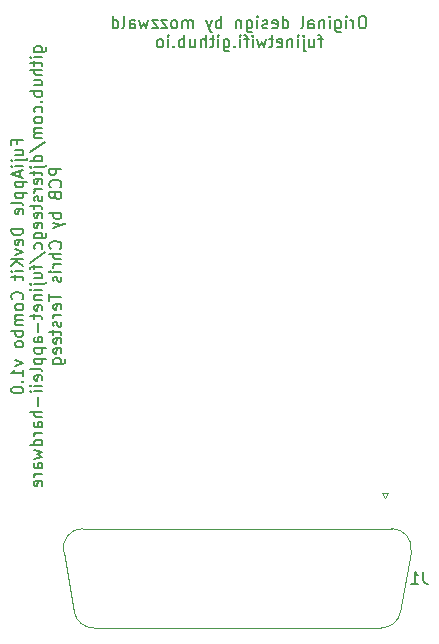
<source format=gbr>
%TF.GenerationSoftware,KiCad,Pcbnew,7.0.10*%
%TF.CreationDate,2024-02-08T23:41:11-06:00*%
%TF.ProjectId,FujiApple-DevKit-Combo,46756a69-4170-4706-9c65-2d4465764b69,1.0*%
%TF.SameCoordinates,Original*%
%TF.FileFunction,Legend,Bot*%
%TF.FilePolarity,Positive*%
%FSLAX46Y46*%
G04 Gerber Fmt 4.6, Leading zero omitted, Abs format (unit mm)*
G04 Created by KiCad (PCBNEW 7.0.10) date 2024-02-08 23:41:11*
%MOMM*%
%LPD*%
G01*
G04 APERTURE LIST*
%ADD10C,0.150000*%
%ADD11C,0.120000*%
G04 APERTURE END LIST*
D10*
X136116009Y-91473047D02*
X136116009Y-91139714D01*
X136639819Y-91139714D02*
X135639819Y-91139714D01*
X135639819Y-91139714D02*
X135639819Y-91615904D01*
X135973152Y-92425428D02*
X136639819Y-92425428D01*
X135973152Y-91996857D02*
X136496961Y-91996857D01*
X136496961Y-91996857D02*
X136592200Y-92044476D01*
X136592200Y-92044476D02*
X136639819Y-92139714D01*
X136639819Y-92139714D02*
X136639819Y-92282571D01*
X136639819Y-92282571D02*
X136592200Y-92377809D01*
X136592200Y-92377809D02*
X136544580Y-92425428D01*
X135973152Y-92901619D02*
X136830295Y-92901619D01*
X136830295Y-92901619D02*
X136925533Y-92854000D01*
X136925533Y-92854000D02*
X136973152Y-92758762D01*
X136973152Y-92758762D02*
X136973152Y-92711143D01*
X135639819Y-92901619D02*
X135687438Y-92854000D01*
X135687438Y-92854000D02*
X135735057Y-92901619D01*
X135735057Y-92901619D02*
X135687438Y-92949238D01*
X135687438Y-92949238D02*
X135639819Y-92901619D01*
X135639819Y-92901619D02*
X135735057Y-92901619D01*
X136639819Y-93377809D02*
X135973152Y-93377809D01*
X135639819Y-93377809D02*
X135687438Y-93330190D01*
X135687438Y-93330190D02*
X135735057Y-93377809D01*
X135735057Y-93377809D02*
X135687438Y-93425428D01*
X135687438Y-93425428D02*
X135639819Y-93377809D01*
X135639819Y-93377809D02*
X135735057Y-93377809D01*
X136354104Y-93806380D02*
X136354104Y-94282570D01*
X136639819Y-93711142D02*
X135639819Y-94044475D01*
X135639819Y-94044475D02*
X136639819Y-94377808D01*
X135973152Y-94711142D02*
X136973152Y-94711142D01*
X136020771Y-94711142D02*
X135973152Y-94806380D01*
X135973152Y-94806380D02*
X135973152Y-94996856D01*
X135973152Y-94996856D02*
X136020771Y-95092094D01*
X136020771Y-95092094D02*
X136068390Y-95139713D01*
X136068390Y-95139713D02*
X136163628Y-95187332D01*
X136163628Y-95187332D02*
X136449342Y-95187332D01*
X136449342Y-95187332D02*
X136544580Y-95139713D01*
X136544580Y-95139713D02*
X136592200Y-95092094D01*
X136592200Y-95092094D02*
X136639819Y-94996856D01*
X136639819Y-94996856D02*
X136639819Y-94806380D01*
X136639819Y-94806380D02*
X136592200Y-94711142D01*
X135973152Y-95615904D02*
X136973152Y-95615904D01*
X136020771Y-95615904D02*
X135973152Y-95711142D01*
X135973152Y-95711142D02*
X135973152Y-95901618D01*
X135973152Y-95901618D02*
X136020771Y-95996856D01*
X136020771Y-95996856D02*
X136068390Y-96044475D01*
X136068390Y-96044475D02*
X136163628Y-96092094D01*
X136163628Y-96092094D02*
X136449342Y-96092094D01*
X136449342Y-96092094D02*
X136544580Y-96044475D01*
X136544580Y-96044475D02*
X136592200Y-95996856D01*
X136592200Y-95996856D02*
X136639819Y-95901618D01*
X136639819Y-95901618D02*
X136639819Y-95711142D01*
X136639819Y-95711142D02*
X136592200Y-95615904D01*
X136639819Y-96663523D02*
X136592200Y-96568285D01*
X136592200Y-96568285D02*
X136496961Y-96520666D01*
X136496961Y-96520666D02*
X135639819Y-96520666D01*
X136592200Y-97425428D02*
X136639819Y-97330190D01*
X136639819Y-97330190D02*
X136639819Y-97139714D01*
X136639819Y-97139714D02*
X136592200Y-97044476D01*
X136592200Y-97044476D02*
X136496961Y-96996857D01*
X136496961Y-96996857D02*
X136116009Y-96996857D01*
X136116009Y-96996857D02*
X136020771Y-97044476D01*
X136020771Y-97044476D02*
X135973152Y-97139714D01*
X135973152Y-97139714D02*
X135973152Y-97330190D01*
X135973152Y-97330190D02*
X136020771Y-97425428D01*
X136020771Y-97425428D02*
X136116009Y-97473047D01*
X136116009Y-97473047D02*
X136211247Y-97473047D01*
X136211247Y-97473047D02*
X136306485Y-96996857D01*
X136639819Y-98663524D02*
X135639819Y-98663524D01*
X135639819Y-98663524D02*
X135639819Y-98901619D01*
X135639819Y-98901619D02*
X135687438Y-99044476D01*
X135687438Y-99044476D02*
X135782676Y-99139714D01*
X135782676Y-99139714D02*
X135877914Y-99187333D01*
X135877914Y-99187333D02*
X136068390Y-99234952D01*
X136068390Y-99234952D02*
X136211247Y-99234952D01*
X136211247Y-99234952D02*
X136401723Y-99187333D01*
X136401723Y-99187333D02*
X136496961Y-99139714D01*
X136496961Y-99139714D02*
X136592200Y-99044476D01*
X136592200Y-99044476D02*
X136639819Y-98901619D01*
X136639819Y-98901619D02*
X136639819Y-98663524D01*
X136592200Y-100044476D02*
X136639819Y-99949238D01*
X136639819Y-99949238D02*
X136639819Y-99758762D01*
X136639819Y-99758762D02*
X136592200Y-99663524D01*
X136592200Y-99663524D02*
X136496961Y-99615905D01*
X136496961Y-99615905D02*
X136116009Y-99615905D01*
X136116009Y-99615905D02*
X136020771Y-99663524D01*
X136020771Y-99663524D02*
X135973152Y-99758762D01*
X135973152Y-99758762D02*
X135973152Y-99949238D01*
X135973152Y-99949238D02*
X136020771Y-100044476D01*
X136020771Y-100044476D02*
X136116009Y-100092095D01*
X136116009Y-100092095D02*
X136211247Y-100092095D01*
X136211247Y-100092095D02*
X136306485Y-99615905D01*
X135973152Y-100425429D02*
X136639819Y-100663524D01*
X136639819Y-100663524D02*
X135973152Y-100901619D01*
X136639819Y-101282572D02*
X135639819Y-101282572D01*
X136639819Y-101854000D02*
X136068390Y-101425429D01*
X135639819Y-101854000D02*
X136211247Y-101282572D01*
X136639819Y-102282572D02*
X135973152Y-102282572D01*
X135639819Y-102282572D02*
X135687438Y-102234953D01*
X135687438Y-102234953D02*
X135735057Y-102282572D01*
X135735057Y-102282572D02*
X135687438Y-102330191D01*
X135687438Y-102330191D02*
X135639819Y-102282572D01*
X135639819Y-102282572D02*
X135735057Y-102282572D01*
X135973152Y-102615905D02*
X135973152Y-102996857D01*
X135639819Y-102758762D02*
X136496961Y-102758762D01*
X136496961Y-102758762D02*
X136592200Y-102806381D01*
X136592200Y-102806381D02*
X136639819Y-102901619D01*
X136639819Y-102901619D02*
X136639819Y-102996857D01*
X136544580Y-104663524D02*
X136592200Y-104615905D01*
X136592200Y-104615905D02*
X136639819Y-104473048D01*
X136639819Y-104473048D02*
X136639819Y-104377810D01*
X136639819Y-104377810D02*
X136592200Y-104234953D01*
X136592200Y-104234953D02*
X136496961Y-104139715D01*
X136496961Y-104139715D02*
X136401723Y-104092096D01*
X136401723Y-104092096D02*
X136211247Y-104044477D01*
X136211247Y-104044477D02*
X136068390Y-104044477D01*
X136068390Y-104044477D02*
X135877914Y-104092096D01*
X135877914Y-104092096D02*
X135782676Y-104139715D01*
X135782676Y-104139715D02*
X135687438Y-104234953D01*
X135687438Y-104234953D02*
X135639819Y-104377810D01*
X135639819Y-104377810D02*
X135639819Y-104473048D01*
X135639819Y-104473048D02*
X135687438Y-104615905D01*
X135687438Y-104615905D02*
X135735057Y-104663524D01*
X136639819Y-105234953D02*
X136592200Y-105139715D01*
X136592200Y-105139715D02*
X136544580Y-105092096D01*
X136544580Y-105092096D02*
X136449342Y-105044477D01*
X136449342Y-105044477D02*
X136163628Y-105044477D01*
X136163628Y-105044477D02*
X136068390Y-105092096D01*
X136068390Y-105092096D02*
X136020771Y-105139715D01*
X136020771Y-105139715D02*
X135973152Y-105234953D01*
X135973152Y-105234953D02*
X135973152Y-105377810D01*
X135973152Y-105377810D02*
X136020771Y-105473048D01*
X136020771Y-105473048D02*
X136068390Y-105520667D01*
X136068390Y-105520667D02*
X136163628Y-105568286D01*
X136163628Y-105568286D02*
X136449342Y-105568286D01*
X136449342Y-105568286D02*
X136544580Y-105520667D01*
X136544580Y-105520667D02*
X136592200Y-105473048D01*
X136592200Y-105473048D02*
X136639819Y-105377810D01*
X136639819Y-105377810D02*
X136639819Y-105234953D01*
X136639819Y-105996858D02*
X135973152Y-105996858D01*
X136068390Y-105996858D02*
X136020771Y-106044477D01*
X136020771Y-106044477D02*
X135973152Y-106139715D01*
X135973152Y-106139715D02*
X135973152Y-106282572D01*
X135973152Y-106282572D02*
X136020771Y-106377810D01*
X136020771Y-106377810D02*
X136116009Y-106425429D01*
X136116009Y-106425429D02*
X136639819Y-106425429D01*
X136116009Y-106425429D02*
X136020771Y-106473048D01*
X136020771Y-106473048D02*
X135973152Y-106568286D01*
X135973152Y-106568286D02*
X135973152Y-106711143D01*
X135973152Y-106711143D02*
X136020771Y-106806382D01*
X136020771Y-106806382D02*
X136116009Y-106854001D01*
X136116009Y-106854001D02*
X136639819Y-106854001D01*
X136639819Y-107330191D02*
X135639819Y-107330191D01*
X136020771Y-107330191D02*
X135973152Y-107425429D01*
X135973152Y-107425429D02*
X135973152Y-107615905D01*
X135973152Y-107615905D02*
X136020771Y-107711143D01*
X136020771Y-107711143D02*
X136068390Y-107758762D01*
X136068390Y-107758762D02*
X136163628Y-107806381D01*
X136163628Y-107806381D02*
X136449342Y-107806381D01*
X136449342Y-107806381D02*
X136544580Y-107758762D01*
X136544580Y-107758762D02*
X136592200Y-107711143D01*
X136592200Y-107711143D02*
X136639819Y-107615905D01*
X136639819Y-107615905D02*
X136639819Y-107425429D01*
X136639819Y-107425429D02*
X136592200Y-107330191D01*
X136639819Y-108377810D02*
X136592200Y-108282572D01*
X136592200Y-108282572D02*
X136544580Y-108234953D01*
X136544580Y-108234953D02*
X136449342Y-108187334D01*
X136449342Y-108187334D02*
X136163628Y-108187334D01*
X136163628Y-108187334D02*
X136068390Y-108234953D01*
X136068390Y-108234953D02*
X136020771Y-108282572D01*
X136020771Y-108282572D02*
X135973152Y-108377810D01*
X135973152Y-108377810D02*
X135973152Y-108520667D01*
X135973152Y-108520667D02*
X136020771Y-108615905D01*
X136020771Y-108615905D02*
X136068390Y-108663524D01*
X136068390Y-108663524D02*
X136163628Y-108711143D01*
X136163628Y-108711143D02*
X136449342Y-108711143D01*
X136449342Y-108711143D02*
X136544580Y-108663524D01*
X136544580Y-108663524D02*
X136592200Y-108615905D01*
X136592200Y-108615905D02*
X136639819Y-108520667D01*
X136639819Y-108520667D02*
X136639819Y-108377810D01*
X135973152Y-109806382D02*
X136639819Y-110044477D01*
X136639819Y-110044477D02*
X135973152Y-110282572D01*
X136639819Y-111187334D02*
X136639819Y-110615906D01*
X136639819Y-110901620D02*
X135639819Y-110901620D01*
X135639819Y-110901620D02*
X135782676Y-110806382D01*
X135782676Y-110806382D02*
X135877914Y-110711144D01*
X135877914Y-110711144D02*
X135925533Y-110615906D01*
X136544580Y-111615906D02*
X136592200Y-111663525D01*
X136592200Y-111663525D02*
X136639819Y-111615906D01*
X136639819Y-111615906D02*
X136592200Y-111568287D01*
X136592200Y-111568287D02*
X136544580Y-111615906D01*
X136544580Y-111615906D02*
X136639819Y-111615906D01*
X135639819Y-112282572D02*
X135639819Y-112377810D01*
X135639819Y-112377810D02*
X135687438Y-112473048D01*
X135687438Y-112473048D02*
X135735057Y-112520667D01*
X135735057Y-112520667D02*
X135830295Y-112568286D01*
X135830295Y-112568286D02*
X136020771Y-112615905D01*
X136020771Y-112615905D02*
X136258866Y-112615905D01*
X136258866Y-112615905D02*
X136449342Y-112568286D01*
X136449342Y-112568286D02*
X136544580Y-112520667D01*
X136544580Y-112520667D02*
X136592200Y-112473048D01*
X136592200Y-112473048D02*
X136639819Y-112377810D01*
X136639819Y-112377810D02*
X136639819Y-112282572D01*
X136639819Y-112282572D02*
X136592200Y-112187334D01*
X136592200Y-112187334D02*
X136544580Y-112139715D01*
X136544580Y-112139715D02*
X136449342Y-112092096D01*
X136449342Y-112092096D02*
X136258866Y-112044477D01*
X136258866Y-112044477D02*
X136020771Y-112044477D01*
X136020771Y-112044477D02*
X135830295Y-112092096D01*
X135830295Y-112092096D02*
X135735057Y-112139715D01*
X135735057Y-112139715D02*
X135687438Y-112187334D01*
X135687438Y-112187334D02*
X135639819Y-112282572D01*
X137583152Y-83687332D02*
X138392676Y-83687332D01*
X138392676Y-83687332D02*
X138487914Y-83639713D01*
X138487914Y-83639713D02*
X138535533Y-83592094D01*
X138535533Y-83592094D02*
X138583152Y-83496856D01*
X138583152Y-83496856D02*
X138583152Y-83353999D01*
X138583152Y-83353999D02*
X138535533Y-83258761D01*
X138202200Y-83687332D02*
X138249819Y-83592094D01*
X138249819Y-83592094D02*
X138249819Y-83401618D01*
X138249819Y-83401618D02*
X138202200Y-83306380D01*
X138202200Y-83306380D02*
X138154580Y-83258761D01*
X138154580Y-83258761D02*
X138059342Y-83211142D01*
X138059342Y-83211142D02*
X137773628Y-83211142D01*
X137773628Y-83211142D02*
X137678390Y-83258761D01*
X137678390Y-83258761D02*
X137630771Y-83306380D01*
X137630771Y-83306380D02*
X137583152Y-83401618D01*
X137583152Y-83401618D02*
X137583152Y-83592094D01*
X137583152Y-83592094D02*
X137630771Y-83687332D01*
X138249819Y-84163523D02*
X137583152Y-84163523D01*
X137249819Y-84163523D02*
X137297438Y-84115904D01*
X137297438Y-84115904D02*
X137345057Y-84163523D01*
X137345057Y-84163523D02*
X137297438Y-84211142D01*
X137297438Y-84211142D02*
X137249819Y-84163523D01*
X137249819Y-84163523D02*
X137345057Y-84163523D01*
X137583152Y-84496856D02*
X137583152Y-84877808D01*
X137249819Y-84639713D02*
X138106961Y-84639713D01*
X138106961Y-84639713D02*
X138202200Y-84687332D01*
X138202200Y-84687332D02*
X138249819Y-84782570D01*
X138249819Y-84782570D02*
X138249819Y-84877808D01*
X138249819Y-85211142D02*
X137249819Y-85211142D01*
X138249819Y-85639713D02*
X137726009Y-85639713D01*
X137726009Y-85639713D02*
X137630771Y-85592094D01*
X137630771Y-85592094D02*
X137583152Y-85496856D01*
X137583152Y-85496856D02*
X137583152Y-85353999D01*
X137583152Y-85353999D02*
X137630771Y-85258761D01*
X137630771Y-85258761D02*
X137678390Y-85211142D01*
X137583152Y-86544475D02*
X138249819Y-86544475D01*
X137583152Y-86115904D02*
X138106961Y-86115904D01*
X138106961Y-86115904D02*
X138202200Y-86163523D01*
X138202200Y-86163523D02*
X138249819Y-86258761D01*
X138249819Y-86258761D02*
X138249819Y-86401618D01*
X138249819Y-86401618D02*
X138202200Y-86496856D01*
X138202200Y-86496856D02*
X138154580Y-86544475D01*
X138249819Y-87020666D02*
X137249819Y-87020666D01*
X137630771Y-87020666D02*
X137583152Y-87115904D01*
X137583152Y-87115904D02*
X137583152Y-87306380D01*
X137583152Y-87306380D02*
X137630771Y-87401618D01*
X137630771Y-87401618D02*
X137678390Y-87449237D01*
X137678390Y-87449237D02*
X137773628Y-87496856D01*
X137773628Y-87496856D02*
X138059342Y-87496856D01*
X138059342Y-87496856D02*
X138154580Y-87449237D01*
X138154580Y-87449237D02*
X138202200Y-87401618D01*
X138202200Y-87401618D02*
X138249819Y-87306380D01*
X138249819Y-87306380D02*
X138249819Y-87115904D01*
X138249819Y-87115904D02*
X138202200Y-87020666D01*
X138154580Y-87925428D02*
X138202200Y-87973047D01*
X138202200Y-87973047D02*
X138249819Y-87925428D01*
X138249819Y-87925428D02*
X138202200Y-87877809D01*
X138202200Y-87877809D02*
X138154580Y-87925428D01*
X138154580Y-87925428D02*
X138249819Y-87925428D01*
X138202200Y-88830189D02*
X138249819Y-88734951D01*
X138249819Y-88734951D02*
X138249819Y-88544475D01*
X138249819Y-88544475D02*
X138202200Y-88449237D01*
X138202200Y-88449237D02*
X138154580Y-88401618D01*
X138154580Y-88401618D02*
X138059342Y-88353999D01*
X138059342Y-88353999D02*
X137773628Y-88353999D01*
X137773628Y-88353999D02*
X137678390Y-88401618D01*
X137678390Y-88401618D02*
X137630771Y-88449237D01*
X137630771Y-88449237D02*
X137583152Y-88544475D01*
X137583152Y-88544475D02*
X137583152Y-88734951D01*
X137583152Y-88734951D02*
X137630771Y-88830189D01*
X138249819Y-89401618D02*
X138202200Y-89306380D01*
X138202200Y-89306380D02*
X138154580Y-89258761D01*
X138154580Y-89258761D02*
X138059342Y-89211142D01*
X138059342Y-89211142D02*
X137773628Y-89211142D01*
X137773628Y-89211142D02*
X137678390Y-89258761D01*
X137678390Y-89258761D02*
X137630771Y-89306380D01*
X137630771Y-89306380D02*
X137583152Y-89401618D01*
X137583152Y-89401618D02*
X137583152Y-89544475D01*
X137583152Y-89544475D02*
X137630771Y-89639713D01*
X137630771Y-89639713D02*
X137678390Y-89687332D01*
X137678390Y-89687332D02*
X137773628Y-89734951D01*
X137773628Y-89734951D02*
X138059342Y-89734951D01*
X138059342Y-89734951D02*
X138154580Y-89687332D01*
X138154580Y-89687332D02*
X138202200Y-89639713D01*
X138202200Y-89639713D02*
X138249819Y-89544475D01*
X138249819Y-89544475D02*
X138249819Y-89401618D01*
X138249819Y-90163523D02*
X137583152Y-90163523D01*
X137678390Y-90163523D02*
X137630771Y-90211142D01*
X137630771Y-90211142D02*
X137583152Y-90306380D01*
X137583152Y-90306380D02*
X137583152Y-90449237D01*
X137583152Y-90449237D02*
X137630771Y-90544475D01*
X137630771Y-90544475D02*
X137726009Y-90592094D01*
X137726009Y-90592094D02*
X138249819Y-90592094D01*
X137726009Y-90592094D02*
X137630771Y-90639713D01*
X137630771Y-90639713D02*
X137583152Y-90734951D01*
X137583152Y-90734951D02*
X137583152Y-90877808D01*
X137583152Y-90877808D02*
X137630771Y-90973047D01*
X137630771Y-90973047D02*
X137726009Y-91020666D01*
X137726009Y-91020666D02*
X138249819Y-91020666D01*
X137202200Y-92211141D02*
X138487914Y-91353999D01*
X138249819Y-92973046D02*
X137249819Y-92973046D01*
X138202200Y-92973046D02*
X138249819Y-92877808D01*
X138249819Y-92877808D02*
X138249819Y-92687332D01*
X138249819Y-92687332D02*
X138202200Y-92592094D01*
X138202200Y-92592094D02*
X138154580Y-92544475D01*
X138154580Y-92544475D02*
X138059342Y-92496856D01*
X138059342Y-92496856D02*
X137773628Y-92496856D01*
X137773628Y-92496856D02*
X137678390Y-92544475D01*
X137678390Y-92544475D02*
X137630771Y-92592094D01*
X137630771Y-92592094D02*
X137583152Y-92687332D01*
X137583152Y-92687332D02*
X137583152Y-92877808D01*
X137583152Y-92877808D02*
X137630771Y-92973046D01*
X137583152Y-93449237D02*
X138440295Y-93449237D01*
X138440295Y-93449237D02*
X138535533Y-93401618D01*
X138535533Y-93401618D02*
X138583152Y-93306380D01*
X138583152Y-93306380D02*
X138583152Y-93258761D01*
X137249819Y-93449237D02*
X137297438Y-93401618D01*
X137297438Y-93401618D02*
X137345057Y-93449237D01*
X137345057Y-93449237D02*
X137297438Y-93496856D01*
X137297438Y-93496856D02*
X137249819Y-93449237D01*
X137249819Y-93449237D02*
X137345057Y-93449237D01*
X137583152Y-93782570D02*
X137583152Y-94163522D01*
X137249819Y-93925427D02*
X138106961Y-93925427D01*
X138106961Y-93925427D02*
X138202200Y-93973046D01*
X138202200Y-93973046D02*
X138249819Y-94068284D01*
X138249819Y-94068284D02*
X138249819Y-94163522D01*
X138202200Y-94877808D02*
X138249819Y-94782570D01*
X138249819Y-94782570D02*
X138249819Y-94592094D01*
X138249819Y-94592094D02*
X138202200Y-94496856D01*
X138202200Y-94496856D02*
X138106961Y-94449237D01*
X138106961Y-94449237D02*
X137726009Y-94449237D01*
X137726009Y-94449237D02*
X137630771Y-94496856D01*
X137630771Y-94496856D02*
X137583152Y-94592094D01*
X137583152Y-94592094D02*
X137583152Y-94782570D01*
X137583152Y-94782570D02*
X137630771Y-94877808D01*
X137630771Y-94877808D02*
X137726009Y-94925427D01*
X137726009Y-94925427D02*
X137821247Y-94925427D01*
X137821247Y-94925427D02*
X137916485Y-94449237D01*
X138249819Y-95353999D02*
X137583152Y-95353999D01*
X137773628Y-95353999D02*
X137678390Y-95401618D01*
X137678390Y-95401618D02*
X137630771Y-95449237D01*
X137630771Y-95449237D02*
X137583152Y-95544475D01*
X137583152Y-95544475D02*
X137583152Y-95639713D01*
X138202200Y-95925428D02*
X138249819Y-96020666D01*
X138249819Y-96020666D02*
X138249819Y-96211142D01*
X138249819Y-96211142D02*
X138202200Y-96306380D01*
X138202200Y-96306380D02*
X138106961Y-96353999D01*
X138106961Y-96353999D02*
X138059342Y-96353999D01*
X138059342Y-96353999D02*
X137964104Y-96306380D01*
X137964104Y-96306380D02*
X137916485Y-96211142D01*
X137916485Y-96211142D02*
X137916485Y-96068285D01*
X137916485Y-96068285D02*
X137868866Y-95973047D01*
X137868866Y-95973047D02*
X137773628Y-95925428D01*
X137773628Y-95925428D02*
X137726009Y-95925428D01*
X137726009Y-95925428D02*
X137630771Y-95973047D01*
X137630771Y-95973047D02*
X137583152Y-96068285D01*
X137583152Y-96068285D02*
X137583152Y-96211142D01*
X137583152Y-96211142D02*
X137630771Y-96306380D01*
X137583152Y-96639714D02*
X137583152Y-97020666D01*
X137249819Y-96782571D02*
X138106961Y-96782571D01*
X138106961Y-96782571D02*
X138202200Y-96830190D01*
X138202200Y-96830190D02*
X138249819Y-96925428D01*
X138249819Y-96925428D02*
X138249819Y-97020666D01*
X138202200Y-97734952D02*
X138249819Y-97639714D01*
X138249819Y-97639714D02*
X138249819Y-97449238D01*
X138249819Y-97449238D02*
X138202200Y-97354000D01*
X138202200Y-97354000D02*
X138106961Y-97306381D01*
X138106961Y-97306381D02*
X137726009Y-97306381D01*
X137726009Y-97306381D02*
X137630771Y-97354000D01*
X137630771Y-97354000D02*
X137583152Y-97449238D01*
X137583152Y-97449238D02*
X137583152Y-97639714D01*
X137583152Y-97639714D02*
X137630771Y-97734952D01*
X137630771Y-97734952D02*
X137726009Y-97782571D01*
X137726009Y-97782571D02*
X137821247Y-97782571D01*
X137821247Y-97782571D02*
X137916485Y-97306381D01*
X138202200Y-98592095D02*
X138249819Y-98496857D01*
X138249819Y-98496857D02*
X138249819Y-98306381D01*
X138249819Y-98306381D02*
X138202200Y-98211143D01*
X138202200Y-98211143D02*
X138106961Y-98163524D01*
X138106961Y-98163524D02*
X137726009Y-98163524D01*
X137726009Y-98163524D02*
X137630771Y-98211143D01*
X137630771Y-98211143D02*
X137583152Y-98306381D01*
X137583152Y-98306381D02*
X137583152Y-98496857D01*
X137583152Y-98496857D02*
X137630771Y-98592095D01*
X137630771Y-98592095D02*
X137726009Y-98639714D01*
X137726009Y-98639714D02*
X137821247Y-98639714D01*
X137821247Y-98639714D02*
X137916485Y-98163524D01*
X137583152Y-99496857D02*
X138392676Y-99496857D01*
X138392676Y-99496857D02*
X138487914Y-99449238D01*
X138487914Y-99449238D02*
X138535533Y-99401619D01*
X138535533Y-99401619D02*
X138583152Y-99306381D01*
X138583152Y-99306381D02*
X138583152Y-99163524D01*
X138583152Y-99163524D02*
X138535533Y-99068286D01*
X138202200Y-99496857D02*
X138249819Y-99401619D01*
X138249819Y-99401619D02*
X138249819Y-99211143D01*
X138249819Y-99211143D02*
X138202200Y-99115905D01*
X138202200Y-99115905D02*
X138154580Y-99068286D01*
X138154580Y-99068286D02*
X138059342Y-99020667D01*
X138059342Y-99020667D02*
X137773628Y-99020667D01*
X137773628Y-99020667D02*
X137678390Y-99068286D01*
X137678390Y-99068286D02*
X137630771Y-99115905D01*
X137630771Y-99115905D02*
X137583152Y-99211143D01*
X137583152Y-99211143D02*
X137583152Y-99401619D01*
X137583152Y-99401619D02*
X137630771Y-99496857D01*
X138202200Y-100401619D02*
X138249819Y-100306381D01*
X138249819Y-100306381D02*
X138249819Y-100115905D01*
X138249819Y-100115905D02*
X138202200Y-100020667D01*
X138202200Y-100020667D02*
X138154580Y-99973048D01*
X138154580Y-99973048D02*
X138059342Y-99925429D01*
X138059342Y-99925429D02*
X137773628Y-99925429D01*
X137773628Y-99925429D02*
X137678390Y-99973048D01*
X137678390Y-99973048D02*
X137630771Y-100020667D01*
X137630771Y-100020667D02*
X137583152Y-100115905D01*
X137583152Y-100115905D02*
X137583152Y-100306381D01*
X137583152Y-100306381D02*
X137630771Y-100401619D01*
X137202200Y-101544476D02*
X138487914Y-100687334D01*
X137583152Y-101734953D02*
X137583152Y-102115905D01*
X138249819Y-101877810D02*
X137392676Y-101877810D01*
X137392676Y-101877810D02*
X137297438Y-101925429D01*
X137297438Y-101925429D02*
X137249819Y-102020667D01*
X137249819Y-102020667D02*
X137249819Y-102115905D01*
X137583152Y-102877810D02*
X138249819Y-102877810D01*
X137583152Y-102449239D02*
X138106961Y-102449239D01*
X138106961Y-102449239D02*
X138202200Y-102496858D01*
X138202200Y-102496858D02*
X138249819Y-102592096D01*
X138249819Y-102592096D02*
X138249819Y-102734953D01*
X138249819Y-102734953D02*
X138202200Y-102830191D01*
X138202200Y-102830191D02*
X138154580Y-102877810D01*
X137583152Y-103354001D02*
X138440295Y-103354001D01*
X138440295Y-103354001D02*
X138535533Y-103306382D01*
X138535533Y-103306382D02*
X138583152Y-103211144D01*
X138583152Y-103211144D02*
X138583152Y-103163525D01*
X137249819Y-103354001D02*
X137297438Y-103306382D01*
X137297438Y-103306382D02*
X137345057Y-103354001D01*
X137345057Y-103354001D02*
X137297438Y-103401620D01*
X137297438Y-103401620D02*
X137249819Y-103354001D01*
X137249819Y-103354001D02*
X137345057Y-103354001D01*
X138249819Y-103830191D02*
X137583152Y-103830191D01*
X137249819Y-103830191D02*
X137297438Y-103782572D01*
X137297438Y-103782572D02*
X137345057Y-103830191D01*
X137345057Y-103830191D02*
X137297438Y-103877810D01*
X137297438Y-103877810D02*
X137249819Y-103830191D01*
X137249819Y-103830191D02*
X137345057Y-103830191D01*
X137583152Y-104306381D02*
X138249819Y-104306381D01*
X137678390Y-104306381D02*
X137630771Y-104354000D01*
X137630771Y-104354000D02*
X137583152Y-104449238D01*
X137583152Y-104449238D02*
X137583152Y-104592095D01*
X137583152Y-104592095D02*
X137630771Y-104687333D01*
X137630771Y-104687333D02*
X137726009Y-104734952D01*
X137726009Y-104734952D02*
X138249819Y-104734952D01*
X138202200Y-105592095D02*
X138249819Y-105496857D01*
X138249819Y-105496857D02*
X138249819Y-105306381D01*
X138249819Y-105306381D02*
X138202200Y-105211143D01*
X138202200Y-105211143D02*
X138106961Y-105163524D01*
X138106961Y-105163524D02*
X137726009Y-105163524D01*
X137726009Y-105163524D02*
X137630771Y-105211143D01*
X137630771Y-105211143D02*
X137583152Y-105306381D01*
X137583152Y-105306381D02*
X137583152Y-105496857D01*
X137583152Y-105496857D02*
X137630771Y-105592095D01*
X137630771Y-105592095D02*
X137726009Y-105639714D01*
X137726009Y-105639714D02*
X137821247Y-105639714D01*
X137821247Y-105639714D02*
X137916485Y-105163524D01*
X137583152Y-105925429D02*
X137583152Y-106306381D01*
X137249819Y-106068286D02*
X138106961Y-106068286D01*
X138106961Y-106068286D02*
X138202200Y-106115905D01*
X138202200Y-106115905D02*
X138249819Y-106211143D01*
X138249819Y-106211143D02*
X138249819Y-106306381D01*
X137868866Y-106639715D02*
X137868866Y-107401620D01*
X138249819Y-108306381D02*
X137726009Y-108306381D01*
X137726009Y-108306381D02*
X137630771Y-108258762D01*
X137630771Y-108258762D02*
X137583152Y-108163524D01*
X137583152Y-108163524D02*
X137583152Y-107973048D01*
X137583152Y-107973048D02*
X137630771Y-107877810D01*
X138202200Y-108306381D02*
X138249819Y-108211143D01*
X138249819Y-108211143D02*
X138249819Y-107973048D01*
X138249819Y-107973048D02*
X138202200Y-107877810D01*
X138202200Y-107877810D02*
X138106961Y-107830191D01*
X138106961Y-107830191D02*
X138011723Y-107830191D01*
X138011723Y-107830191D02*
X137916485Y-107877810D01*
X137916485Y-107877810D02*
X137868866Y-107973048D01*
X137868866Y-107973048D02*
X137868866Y-108211143D01*
X137868866Y-108211143D02*
X137821247Y-108306381D01*
X137583152Y-108782572D02*
X138583152Y-108782572D01*
X137630771Y-108782572D02*
X137583152Y-108877810D01*
X137583152Y-108877810D02*
X137583152Y-109068286D01*
X137583152Y-109068286D02*
X137630771Y-109163524D01*
X137630771Y-109163524D02*
X137678390Y-109211143D01*
X137678390Y-109211143D02*
X137773628Y-109258762D01*
X137773628Y-109258762D02*
X138059342Y-109258762D01*
X138059342Y-109258762D02*
X138154580Y-109211143D01*
X138154580Y-109211143D02*
X138202200Y-109163524D01*
X138202200Y-109163524D02*
X138249819Y-109068286D01*
X138249819Y-109068286D02*
X138249819Y-108877810D01*
X138249819Y-108877810D02*
X138202200Y-108782572D01*
X137583152Y-109687334D02*
X138583152Y-109687334D01*
X137630771Y-109687334D02*
X137583152Y-109782572D01*
X137583152Y-109782572D02*
X137583152Y-109973048D01*
X137583152Y-109973048D02*
X137630771Y-110068286D01*
X137630771Y-110068286D02*
X137678390Y-110115905D01*
X137678390Y-110115905D02*
X137773628Y-110163524D01*
X137773628Y-110163524D02*
X138059342Y-110163524D01*
X138059342Y-110163524D02*
X138154580Y-110115905D01*
X138154580Y-110115905D02*
X138202200Y-110068286D01*
X138202200Y-110068286D02*
X138249819Y-109973048D01*
X138249819Y-109973048D02*
X138249819Y-109782572D01*
X138249819Y-109782572D02*
X138202200Y-109687334D01*
X138249819Y-110734953D02*
X138202200Y-110639715D01*
X138202200Y-110639715D02*
X138106961Y-110592096D01*
X138106961Y-110592096D02*
X137249819Y-110592096D01*
X138202200Y-111496858D02*
X138249819Y-111401620D01*
X138249819Y-111401620D02*
X138249819Y-111211144D01*
X138249819Y-111211144D02*
X138202200Y-111115906D01*
X138202200Y-111115906D02*
X138106961Y-111068287D01*
X138106961Y-111068287D02*
X137726009Y-111068287D01*
X137726009Y-111068287D02*
X137630771Y-111115906D01*
X137630771Y-111115906D02*
X137583152Y-111211144D01*
X137583152Y-111211144D02*
X137583152Y-111401620D01*
X137583152Y-111401620D02*
X137630771Y-111496858D01*
X137630771Y-111496858D02*
X137726009Y-111544477D01*
X137726009Y-111544477D02*
X137821247Y-111544477D01*
X137821247Y-111544477D02*
X137916485Y-111068287D01*
X138249819Y-111973049D02*
X137583152Y-111973049D01*
X137249819Y-111973049D02*
X137297438Y-111925430D01*
X137297438Y-111925430D02*
X137345057Y-111973049D01*
X137345057Y-111973049D02*
X137297438Y-112020668D01*
X137297438Y-112020668D02*
X137249819Y-111973049D01*
X137249819Y-111973049D02*
X137345057Y-111973049D01*
X138249819Y-112449239D02*
X137583152Y-112449239D01*
X137249819Y-112449239D02*
X137297438Y-112401620D01*
X137297438Y-112401620D02*
X137345057Y-112449239D01*
X137345057Y-112449239D02*
X137297438Y-112496858D01*
X137297438Y-112496858D02*
X137249819Y-112449239D01*
X137249819Y-112449239D02*
X137345057Y-112449239D01*
X137868866Y-112925429D02*
X137868866Y-113687334D01*
X138249819Y-114163524D02*
X137249819Y-114163524D01*
X138249819Y-114592095D02*
X137726009Y-114592095D01*
X137726009Y-114592095D02*
X137630771Y-114544476D01*
X137630771Y-114544476D02*
X137583152Y-114449238D01*
X137583152Y-114449238D02*
X137583152Y-114306381D01*
X137583152Y-114306381D02*
X137630771Y-114211143D01*
X137630771Y-114211143D02*
X137678390Y-114163524D01*
X138249819Y-115496857D02*
X137726009Y-115496857D01*
X137726009Y-115496857D02*
X137630771Y-115449238D01*
X137630771Y-115449238D02*
X137583152Y-115354000D01*
X137583152Y-115354000D02*
X137583152Y-115163524D01*
X137583152Y-115163524D02*
X137630771Y-115068286D01*
X138202200Y-115496857D02*
X138249819Y-115401619D01*
X138249819Y-115401619D02*
X138249819Y-115163524D01*
X138249819Y-115163524D02*
X138202200Y-115068286D01*
X138202200Y-115068286D02*
X138106961Y-115020667D01*
X138106961Y-115020667D02*
X138011723Y-115020667D01*
X138011723Y-115020667D02*
X137916485Y-115068286D01*
X137916485Y-115068286D02*
X137868866Y-115163524D01*
X137868866Y-115163524D02*
X137868866Y-115401619D01*
X137868866Y-115401619D02*
X137821247Y-115496857D01*
X138249819Y-115973048D02*
X137583152Y-115973048D01*
X137773628Y-115973048D02*
X137678390Y-116020667D01*
X137678390Y-116020667D02*
X137630771Y-116068286D01*
X137630771Y-116068286D02*
X137583152Y-116163524D01*
X137583152Y-116163524D02*
X137583152Y-116258762D01*
X138249819Y-117020667D02*
X137249819Y-117020667D01*
X138202200Y-117020667D02*
X138249819Y-116925429D01*
X138249819Y-116925429D02*
X138249819Y-116734953D01*
X138249819Y-116734953D02*
X138202200Y-116639715D01*
X138202200Y-116639715D02*
X138154580Y-116592096D01*
X138154580Y-116592096D02*
X138059342Y-116544477D01*
X138059342Y-116544477D02*
X137773628Y-116544477D01*
X137773628Y-116544477D02*
X137678390Y-116592096D01*
X137678390Y-116592096D02*
X137630771Y-116639715D01*
X137630771Y-116639715D02*
X137583152Y-116734953D01*
X137583152Y-116734953D02*
X137583152Y-116925429D01*
X137583152Y-116925429D02*
X137630771Y-117020667D01*
X137583152Y-117401620D02*
X138249819Y-117592096D01*
X138249819Y-117592096D02*
X137773628Y-117782572D01*
X137773628Y-117782572D02*
X138249819Y-117973048D01*
X138249819Y-117973048D02*
X137583152Y-118163524D01*
X138249819Y-118973048D02*
X137726009Y-118973048D01*
X137726009Y-118973048D02*
X137630771Y-118925429D01*
X137630771Y-118925429D02*
X137583152Y-118830191D01*
X137583152Y-118830191D02*
X137583152Y-118639715D01*
X137583152Y-118639715D02*
X137630771Y-118544477D01*
X138202200Y-118973048D02*
X138249819Y-118877810D01*
X138249819Y-118877810D02*
X138249819Y-118639715D01*
X138249819Y-118639715D02*
X138202200Y-118544477D01*
X138202200Y-118544477D02*
X138106961Y-118496858D01*
X138106961Y-118496858D02*
X138011723Y-118496858D01*
X138011723Y-118496858D02*
X137916485Y-118544477D01*
X137916485Y-118544477D02*
X137868866Y-118639715D01*
X137868866Y-118639715D02*
X137868866Y-118877810D01*
X137868866Y-118877810D02*
X137821247Y-118973048D01*
X138249819Y-119449239D02*
X137583152Y-119449239D01*
X137773628Y-119449239D02*
X137678390Y-119496858D01*
X137678390Y-119496858D02*
X137630771Y-119544477D01*
X137630771Y-119544477D02*
X137583152Y-119639715D01*
X137583152Y-119639715D02*
X137583152Y-119734953D01*
X138202200Y-120449239D02*
X138249819Y-120354001D01*
X138249819Y-120354001D02*
X138249819Y-120163525D01*
X138249819Y-120163525D02*
X138202200Y-120068287D01*
X138202200Y-120068287D02*
X138106961Y-120020668D01*
X138106961Y-120020668D02*
X137726009Y-120020668D01*
X137726009Y-120020668D02*
X137630771Y-120068287D01*
X137630771Y-120068287D02*
X137583152Y-120163525D01*
X137583152Y-120163525D02*
X137583152Y-120354001D01*
X137583152Y-120354001D02*
X137630771Y-120449239D01*
X137630771Y-120449239D02*
X137726009Y-120496858D01*
X137726009Y-120496858D02*
X137821247Y-120496858D01*
X137821247Y-120496858D02*
X137916485Y-120020668D01*
X139859819Y-93592094D02*
X138859819Y-93592094D01*
X138859819Y-93592094D02*
X138859819Y-93973046D01*
X138859819Y-93973046D02*
X138907438Y-94068284D01*
X138907438Y-94068284D02*
X138955057Y-94115903D01*
X138955057Y-94115903D02*
X139050295Y-94163522D01*
X139050295Y-94163522D02*
X139193152Y-94163522D01*
X139193152Y-94163522D02*
X139288390Y-94115903D01*
X139288390Y-94115903D02*
X139336009Y-94068284D01*
X139336009Y-94068284D02*
X139383628Y-93973046D01*
X139383628Y-93973046D02*
X139383628Y-93592094D01*
X139764580Y-95163522D02*
X139812200Y-95115903D01*
X139812200Y-95115903D02*
X139859819Y-94973046D01*
X139859819Y-94973046D02*
X139859819Y-94877808D01*
X139859819Y-94877808D02*
X139812200Y-94734951D01*
X139812200Y-94734951D02*
X139716961Y-94639713D01*
X139716961Y-94639713D02*
X139621723Y-94592094D01*
X139621723Y-94592094D02*
X139431247Y-94544475D01*
X139431247Y-94544475D02*
X139288390Y-94544475D01*
X139288390Y-94544475D02*
X139097914Y-94592094D01*
X139097914Y-94592094D02*
X139002676Y-94639713D01*
X139002676Y-94639713D02*
X138907438Y-94734951D01*
X138907438Y-94734951D02*
X138859819Y-94877808D01*
X138859819Y-94877808D02*
X138859819Y-94973046D01*
X138859819Y-94973046D02*
X138907438Y-95115903D01*
X138907438Y-95115903D02*
X138955057Y-95163522D01*
X139336009Y-95925427D02*
X139383628Y-96068284D01*
X139383628Y-96068284D02*
X139431247Y-96115903D01*
X139431247Y-96115903D02*
X139526485Y-96163522D01*
X139526485Y-96163522D02*
X139669342Y-96163522D01*
X139669342Y-96163522D02*
X139764580Y-96115903D01*
X139764580Y-96115903D02*
X139812200Y-96068284D01*
X139812200Y-96068284D02*
X139859819Y-95973046D01*
X139859819Y-95973046D02*
X139859819Y-95592094D01*
X139859819Y-95592094D02*
X138859819Y-95592094D01*
X138859819Y-95592094D02*
X138859819Y-95925427D01*
X138859819Y-95925427D02*
X138907438Y-96020665D01*
X138907438Y-96020665D02*
X138955057Y-96068284D01*
X138955057Y-96068284D02*
X139050295Y-96115903D01*
X139050295Y-96115903D02*
X139145533Y-96115903D01*
X139145533Y-96115903D02*
X139240771Y-96068284D01*
X139240771Y-96068284D02*
X139288390Y-96020665D01*
X139288390Y-96020665D02*
X139336009Y-95925427D01*
X139336009Y-95925427D02*
X139336009Y-95592094D01*
X139859819Y-97353999D02*
X138859819Y-97353999D01*
X139240771Y-97353999D02*
X139193152Y-97449237D01*
X139193152Y-97449237D02*
X139193152Y-97639713D01*
X139193152Y-97639713D02*
X139240771Y-97734951D01*
X139240771Y-97734951D02*
X139288390Y-97782570D01*
X139288390Y-97782570D02*
X139383628Y-97830189D01*
X139383628Y-97830189D02*
X139669342Y-97830189D01*
X139669342Y-97830189D02*
X139764580Y-97782570D01*
X139764580Y-97782570D02*
X139812200Y-97734951D01*
X139812200Y-97734951D02*
X139859819Y-97639713D01*
X139859819Y-97639713D02*
X139859819Y-97449237D01*
X139859819Y-97449237D02*
X139812200Y-97353999D01*
X139193152Y-98163523D02*
X139859819Y-98401618D01*
X139193152Y-98639713D02*
X139859819Y-98401618D01*
X139859819Y-98401618D02*
X140097914Y-98306380D01*
X140097914Y-98306380D02*
X140145533Y-98258761D01*
X140145533Y-98258761D02*
X140193152Y-98163523D01*
X139764580Y-100353999D02*
X139812200Y-100306380D01*
X139812200Y-100306380D02*
X139859819Y-100163523D01*
X139859819Y-100163523D02*
X139859819Y-100068285D01*
X139859819Y-100068285D02*
X139812200Y-99925428D01*
X139812200Y-99925428D02*
X139716961Y-99830190D01*
X139716961Y-99830190D02*
X139621723Y-99782571D01*
X139621723Y-99782571D02*
X139431247Y-99734952D01*
X139431247Y-99734952D02*
X139288390Y-99734952D01*
X139288390Y-99734952D02*
X139097914Y-99782571D01*
X139097914Y-99782571D02*
X139002676Y-99830190D01*
X139002676Y-99830190D02*
X138907438Y-99925428D01*
X138907438Y-99925428D02*
X138859819Y-100068285D01*
X138859819Y-100068285D02*
X138859819Y-100163523D01*
X138859819Y-100163523D02*
X138907438Y-100306380D01*
X138907438Y-100306380D02*
X138955057Y-100353999D01*
X139859819Y-100782571D02*
X138859819Y-100782571D01*
X139859819Y-101211142D02*
X139336009Y-101211142D01*
X139336009Y-101211142D02*
X139240771Y-101163523D01*
X139240771Y-101163523D02*
X139193152Y-101068285D01*
X139193152Y-101068285D02*
X139193152Y-100925428D01*
X139193152Y-100925428D02*
X139240771Y-100830190D01*
X139240771Y-100830190D02*
X139288390Y-100782571D01*
X139859819Y-101687333D02*
X139193152Y-101687333D01*
X139383628Y-101687333D02*
X139288390Y-101734952D01*
X139288390Y-101734952D02*
X139240771Y-101782571D01*
X139240771Y-101782571D02*
X139193152Y-101877809D01*
X139193152Y-101877809D02*
X139193152Y-101973047D01*
X139859819Y-102306381D02*
X139193152Y-102306381D01*
X138859819Y-102306381D02*
X138907438Y-102258762D01*
X138907438Y-102258762D02*
X138955057Y-102306381D01*
X138955057Y-102306381D02*
X138907438Y-102354000D01*
X138907438Y-102354000D02*
X138859819Y-102306381D01*
X138859819Y-102306381D02*
X138955057Y-102306381D01*
X139812200Y-102734952D02*
X139859819Y-102830190D01*
X139859819Y-102830190D02*
X139859819Y-103020666D01*
X139859819Y-103020666D02*
X139812200Y-103115904D01*
X139812200Y-103115904D02*
X139716961Y-103163523D01*
X139716961Y-103163523D02*
X139669342Y-103163523D01*
X139669342Y-103163523D02*
X139574104Y-103115904D01*
X139574104Y-103115904D02*
X139526485Y-103020666D01*
X139526485Y-103020666D02*
X139526485Y-102877809D01*
X139526485Y-102877809D02*
X139478866Y-102782571D01*
X139478866Y-102782571D02*
X139383628Y-102734952D01*
X139383628Y-102734952D02*
X139336009Y-102734952D01*
X139336009Y-102734952D02*
X139240771Y-102782571D01*
X139240771Y-102782571D02*
X139193152Y-102877809D01*
X139193152Y-102877809D02*
X139193152Y-103020666D01*
X139193152Y-103020666D02*
X139240771Y-103115904D01*
X138859819Y-104211143D02*
X138859819Y-104782571D01*
X139859819Y-104496857D02*
X138859819Y-104496857D01*
X139812200Y-105496857D02*
X139859819Y-105401619D01*
X139859819Y-105401619D02*
X139859819Y-105211143D01*
X139859819Y-105211143D02*
X139812200Y-105115905D01*
X139812200Y-105115905D02*
X139716961Y-105068286D01*
X139716961Y-105068286D02*
X139336009Y-105068286D01*
X139336009Y-105068286D02*
X139240771Y-105115905D01*
X139240771Y-105115905D02*
X139193152Y-105211143D01*
X139193152Y-105211143D02*
X139193152Y-105401619D01*
X139193152Y-105401619D02*
X139240771Y-105496857D01*
X139240771Y-105496857D02*
X139336009Y-105544476D01*
X139336009Y-105544476D02*
X139431247Y-105544476D01*
X139431247Y-105544476D02*
X139526485Y-105068286D01*
X139859819Y-105973048D02*
X139193152Y-105973048D01*
X139383628Y-105973048D02*
X139288390Y-106020667D01*
X139288390Y-106020667D02*
X139240771Y-106068286D01*
X139240771Y-106068286D02*
X139193152Y-106163524D01*
X139193152Y-106163524D02*
X139193152Y-106258762D01*
X139812200Y-106544477D02*
X139859819Y-106639715D01*
X139859819Y-106639715D02*
X139859819Y-106830191D01*
X139859819Y-106830191D02*
X139812200Y-106925429D01*
X139812200Y-106925429D02*
X139716961Y-106973048D01*
X139716961Y-106973048D02*
X139669342Y-106973048D01*
X139669342Y-106973048D02*
X139574104Y-106925429D01*
X139574104Y-106925429D02*
X139526485Y-106830191D01*
X139526485Y-106830191D02*
X139526485Y-106687334D01*
X139526485Y-106687334D02*
X139478866Y-106592096D01*
X139478866Y-106592096D02*
X139383628Y-106544477D01*
X139383628Y-106544477D02*
X139336009Y-106544477D01*
X139336009Y-106544477D02*
X139240771Y-106592096D01*
X139240771Y-106592096D02*
X139193152Y-106687334D01*
X139193152Y-106687334D02*
X139193152Y-106830191D01*
X139193152Y-106830191D02*
X139240771Y-106925429D01*
X139193152Y-107258763D02*
X139193152Y-107639715D01*
X138859819Y-107401620D02*
X139716961Y-107401620D01*
X139716961Y-107401620D02*
X139812200Y-107449239D01*
X139812200Y-107449239D02*
X139859819Y-107544477D01*
X139859819Y-107544477D02*
X139859819Y-107639715D01*
X139812200Y-108354001D02*
X139859819Y-108258763D01*
X139859819Y-108258763D02*
X139859819Y-108068287D01*
X139859819Y-108068287D02*
X139812200Y-107973049D01*
X139812200Y-107973049D02*
X139716961Y-107925430D01*
X139716961Y-107925430D02*
X139336009Y-107925430D01*
X139336009Y-107925430D02*
X139240771Y-107973049D01*
X139240771Y-107973049D02*
X139193152Y-108068287D01*
X139193152Y-108068287D02*
X139193152Y-108258763D01*
X139193152Y-108258763D02*
X139240771Y-108354001D01*
X139240771Y-108354001D02*
X139336009Y-108401620D01*
X139336009Y-108401620D02*
X139431247Y-108401620D01*
X139431247Y-108401620D02*
X139526485Y-107925430D01*
X139812200Y-109211144D02*
X139859819Y-109115906D01*
X139859819Y-109115906D02*
X139859819Y-108925430D01*
X139859819Y-108925430D02*
X139812200Y-108830192D01*
X139812200Y-108830192D02*
X139716961Y-108782573D01*
X139716961Y-108782573D02*
X139336009Y-108782573D01*
X139336009Y-108782573D02*
X139240771Y-108830192D01*
X139240771Y-108830192D02*
X139193152Y-108925430D01*
X139193152Y-108925430D02*
X139193152Y-109115906D01*
X139193152Y-109115906D02*
X139240771Y-109211144D01*
X139240771Y-109211144D02*
X139336009Y-109258763D01*
X139336009Y-109258763D02*
X139431247Y-109258763D01*
X139431247Y-109258763D02*
X139526485Y-108782573D01*
X139193152Y-110115906D02*
X140002676Y-110115906D01*
X140002676Y-110115906D02*
X140097914Y-110068287D01*
X140097914Y-110068287D02*
X140145533Y-110020668D01*
X140145533Y-110020668D02*
X140193152Y-109925430D01*
X140193152Y-109925430D02*
X140193152Y-109782573D01*
X140193152Y-109782573D02*
X140145533Y-109687335D01*
X139812200Y-110115906D02*
X139859819Y-110020668D01*
X139859819Y-110020668D02*
X139859819Y-109830192D01*
X139859819Y-109830192D02*
X139812200Y-109734954D01*
X139812200Y-109734954D02*
X139764580Y-109687335D01*
X139764580Y-109687335D02*
X139669342Y-109639716D01*
X139669342Y-109639716D02*
X139383628Y-109639716D01*
X139383628Y-109639716D02*
X139288390Y-109687335D01*
X139288390Y-109687335D02*
X139240771Y-109734954D01*
X139240771Y-109734954D02*
X139193152Y-109830192D01*
X139193152Y-109830192D02*
X139193152Y-110020668D01*
X139193152Y-110020668D02*
X139240771Y-110115906D01*
X165463810Y-80698819D02*
X165273334Y-80698819D01*
X165273334Y-80698819D02*
X165178096Y-80746438D01*
X165178096Y-80746438D02*
X165082858Y-80841676D01*
X165082858Y-80841676D02*
X165035239Y-81032152D01*
X165035239Y-81032152D02*
X165035239Y-81365485D01*
X165035239Y-81365485D02*
X165082858Y-81555961D01*
X165082858Y-81555961D02*
X165178096Y-81651200D01*
X165178096Y-81651200D02*
X165273334Y-81698819D01*
X165273334Y-81698819D02*
X165463810Y-81698819D01*
X165463810Y-81698819D02*
X165559048Y-81651200D01*
X165559048Y-81651200D02*
X165654286Y-81555961D01*
X165654286Y-81555961D02*
X165701905Y-81365485D01*
X165701905Y-81365485D02*
X165701905Y-81032152D01*
X165701905Y-81032152D02*
X165654286Y-80841676D01*
X165654286Y-80841676D02*
X165559048Y-80746438D01*
X165559048Y-80746438D02*
X165463810Y-80698819D01*
X164606667Y-81698819D02*
X164606667Y-81032152D01*
X164606667Y-81222628D02*
X164559048Y-81127390D01*
X164559048Y-81127390D02*
X164511429Y-81079771D01*
X164511429Y-81079771D02*
X164416191Y-81032152D01*
X164416191Y-81032152D02*
X164320953Y-81032152D01*
X163987619Y-81698819D02*
X163987619Y-81032152D01*
X163987619Y-80698819D02*
X164035238Y-80746438D01*
X164035238Y-80746438D02*
X163987619Y-80794057D01*
X163987619Y-80794057D02*
X163940000Y-80746438D01*
X163940000Y-80746438D02*
X163987619Y-80698819D01*
X163987619Y-80698819D02*
X163987619Y-80794057D01*
X163082858Y-81032152D02*
X163082858Y-81841676D01*
X163082858Y-81841676D02*
X163130477Y-81936914D01*
X163130477Y-81936914D02*
X163178096Y-81984533D01*
X163178096Y-81984533D02*
X163273334Y-82032152D01*
X163273334Y-82032152D02*
X163416191Y-82032152D01*
X163416191Y-82032152D02*
X163511429Y-81984533D01*
X163082858Y-81651200D02*
X163178096Y-81698819D01*
X163178096Y-81698819D02*
X163368572Y-81698819D01*
X163368572Y-81698819D02*
X163463810Y-81651200D01*
X163463810Y-81651200D02*
X163511429Y-81603580D01*
X163511429Y-81603580D02*
X163559048Y-81508342D01*
X163559048Y-81508342D02*
X163559048Y-81222628D01*
X163559048Y-81222628D02*
X163511429Y-81127390D01*
X163511429Y-81127390D02*
X163463810Y-81079771D01*
X163463810Y-81079771D02*
X163368572Y-81032152D01*
X163368572Y-81032152D02*
X163178096Y-81032152D01*
X163178096Y-81032152D02*
X163082858Y-81079771D01*
X162606667Y-81698819D02*
X162606667Y-81032152D01*
X162606667Y-80698819D02*
X162654286Y-80746438D01*
X162654286Y-80746438D02*
X162606667Y-80794057D01*
X162606667Y-80794057D02*
X162559048Y-80746438D01*
X162559048Y-80746438D02*
X162606667Y-80698819D01*
X162606667Y-80698819D02*
X162606667Y-80794057D01*
X162130477Y-81032152D02*
X162130477Y-81698819D01*
X162130477Y-81127390D02*
X162082858Y-81079771D01*
X162082858Y-81079771D02*
X161987620Y-81032152D01*
X161987620Y-81032152D02*
X161844763Y-81032152D01*
X161844763Y-81032152D02*
X161749525Y-81079771D01*
X161749525Y-81079771D02*
X161701906Y-81175009D01*
X161701906Y-81175009D02*
X161701906Y-81698819D01*
X160797144Y-81698819D02*
X160797144Y-81175009D01*
X160797144Y-81175009D02*
X160844763Y-81079771D01*
X160844763Y-81079771D02*
X160940001Y-81032152D01*
X160940001Y-81032152D02*
X161130477Y-81032152D01*
X161130477Y-81032152D02*
X161225715Y-81079771D01*
X160797144Y-81651200D02*
X160892382Y-81698819D01*
X160892382Y-81698819D02*
X161130477Y-81698819D01*
X161130477Y-81698819D02*
X161225715Y-81651200D01*
X161225715Y-81651200D02*
X161273334Y-81555961D01*
X161273334Y-81555961D02*
X161273334Y-81460723D01*
X161273334Y-81460723D02*
X161225715Y-81365485D01*
X161225715Y-81365485D02*
X161130477Y-81317866D01*
X161130477Y-81317866D02*
X160892382Y-81317866D01*
X160892382Y-81317866D02*
X160797144Y-81270247D01*
X160178096Y-81698819D02*
X160273334Y-81651200D01*
X160273334Y-81651200D02*
X160320953Y-81555961D01*
X160320953Y-81555961D02*
X160320953Y-80698819D01*
X158606667Y-81698819D02*
X158606667Y-80698819D01*
X158606667Y-81651200D02*
X158701905Y-81698819D01*
X158701905Y-81698819D02*
X158892381Y-81698819D01*
X158892381Y-81698819D02*
X158987619Y-81651200D01*
X158987619Y-81651200D02*
X159035238Y-81603580D01*
X159035238Y-81603580D02*
X159082857Y-81508342D01*
X159082857Y-81508342D02*
X159082857Y-81222628D01*
X159082857Y-81222628D02*
X159035238Y-81127390D01*
X159035238Y-81127390D02*
X158987619Y-81079771D01*
X158987619Y-81079771D02*
X158892381Y-81032152D01*
X158892381Y-81032152D02*
X158701905Y-81032152D01*
X158701905Y-81032152D02*
X158606667Y-81079771D01*
X157749524Y-81651200D02*
X157844762Y-81698819D01*
X157844762Y-81698819D02*
X158035238Y-81698819D01*
X158035238Y-81698819D02*
X158130476Y-81651200D01*
X158130476Y-81651200D02*
X158178095Y-81555961D01*
X158178095Y-81555961D02*
X158178095Y-81175009D01*
X158178095Y-81175009D02*
X158130476Y-81079771D01*
X158130476Y-81079771D02*
X158035238Y-81032152D01*
X158035238Y-81032152D02*
X157844762Y-81032152D01*
X157844762Y-81032152D02*
X157749524Y-81079771D01*
X157749524Y-81079771D02*
X157701905Y-81175009D01*
X157701905Y-81175009D02*
X157701905Y-81270247D01*
X157701905Y-81270247D02*
X158178095Y-81365485D01*
X157320952Y-81651200D02*
X157225714Y-81698819D01*
X157225714Y-81698819D02*
X157035238Y-81698819D01*
X157035238Y-81698819D02*
X156940000Y-81651200D01*
X156940000Y-81651200D02*
X156892381Y-81555961D01*
X156892381Y-81555961D02*
X156892381Y-81508342D01*
X156892381Y-81508342D02*
X156940000Y-81413104D01*
X156940000Y-81413104D02*
X157035238Y-81365485D01*
X157035238Y-81365485D02*
X157178095Y-81365485D01*
X157178095Y-81365485D02*
X157273333Y-81317866D01*
X157273333Y-81317866D02*
X157320952Y-81222628D01*
X157320952Y-81222628D02*
X157320952Y-81175009D01*
X157320952Y-81175009D02*
X157273333Y-81079771D01*
X157273333Y-81079771D02*
X157178095Y-81032152D01*
X157178095Y-81032152D02*
X157035238Y-81032152D01*
X157035238Y-81032152D02*
X156940000Y-81079771D01*
X156463809Y-81698819D02*
X156463809Y-81032152D01*
X156463809Y-80698819D02*
X156511428Y-80746438D01*
X156511428Y-80746438D02*
X156463809Y-80794057D01*
X156463809Y-80794057D02*
X156416190Y-80746438D01*
X156416190Y-80746438D02*
X156463809Y-80698819D01*
X156463809Y-80698819D02*
X156463809Y-80794057D01*
X155559048Y-81032152D02*
X155559048Y-81841676D01*
X155559048Y-81841676D02*
X155606667Y-81936914D01*
X155606667Y-81936914D02*
X155654286Y-81984533D01*
X155654286Y-81984533D02*
X155749524Y-82032152D01*
X155749524Y-82032152D02*
X155892381Y-82032152D01*
X155892381Y-82032152D02*
X155987619Y-81984533D01*
X155559048Y-81651200D02*
X155654286Y-81698819D01*
X155654286Y-81698819D02*
X155844762Y-81698819D01*
X155844762Y-81698819D02*
X155940000Y-81651200D01*
X155940000Y-81651200D02*
X155987619Y-81603580D01*
X155987619Y-81603580D02*
X156035238Y-81508342D01*
X156035238Y-81508342D02*
X156035238Y-81222628D01*
X156035238Y-81222628D02*
X155987619Y-81127390D01*
X155987619Y-81127390D02*
X155940000Y-81079771D01*
X155940000Y-81079771D02*
X155844762Y-81032152D01*
X155844762Y-81032152D02*
X155654286Y-81032152D01*
X155654286Y-81032152D02*
X155559048Y-81079771D01*
X155082857Y-81032152D02*
X155082857Y-81698819D01*
X155082857Y-81127390D02*
X155035238Y-81079771D01*
X155035238Y-81079771D02*
X154940000Y-81032152D01*
X154940000Y-81032152D02*
X154797143Y-81032152D01*
X154797143Y-81032152D02*
X154701905Y-81079771D01*
X154701905Y-81079771D02*
X154654286Y-81175009D01*
X154654286Y-81175009D02*
X154654286Y-81698819D01*
X153416190Y-81698819D02*
X153416190Y-80698819D01*
X153416190Y-81079771D02*
X153320952Y-81032152D01*
X153320952Y-81032152D02*
X153130476Y-81032152D01*
X153130476Y-81032152D02*
X153035238Y-81079771D01*
X153035238Y-81079771D02*
X152987619Y-81127390D01*
X152987619Y-81127390D02*
X152940000Y-81222628D01*
X152940000Y-81222628D02*
X152940000Y-81508342D01*
X152940000Y-81508342D02*
X152987619Y-81603580D01*
X152987619Y-81603580D02*
X153035238Y-81651200D01*
X153035238Y-81651200D02*
X153130476Y-81698819D01*
X153130476Y-81698819D02*
X153320952Y-81698819D01*
X153320952Y-81698819D02*
X153416190Y-81651200D01*
X152606666Y-81032152D02*
X152368571Y-81698819D01*
X152130476Y-81032152D02*
X152368571Y-81698819D01*
X152368571Y-81698819D02*
X152463809Y-81936914D01*
X152463809Y-81936914D02*
X152511428Y-81984533D01*
X152511428Y-81984533D02*
X152606666Y-82032152D01*
X150987618Y-81698819D02*
X150987618Y-81032152D01*
X150987618Y-81127390D02*
X150939999Y-81079771D01*
X150939999Y-81079771D02*
X150844761Y-81032152D01*
X150844761Y-81032152D02*
X150701904Y-81032152D01*
X150701904Y-81032152D02*
X150606666Y-81079771D01*
X150606666Y-81079771D02*
X150559047Y-81175009D01*
X150559047Y-81175009D02*
X150559047Y-81698819D01*
X150559047Y-81175009D02*
X150511428Y-81079771D01*
X150511428Y-81079771D02*
X150416190Y-81032152D01*
X150416190Y-81032152D02*
X150273333Y-81032152D01*
X150273333Y-81032152D02*
X150178094Y-81079771D01*
X150178094Y-81079771D02*
X150130475Y-81175009D01*
X150130475Y-81175009D02*
X150130475Y-81698819D01*
X149511428Y-81698819D02*
X149606666Y-81651200D01*
X149606666Y-81651200D02*
X149654285Y-81603580D01*
X149654285Y-81603580D02*
X149701904Y-81508342D01*
X149701904Y-81508342D02*
X149701904Y-81222628D01*
X149701904Y-81222628D02*
X149654285Y-81127390D01*
X149654285Y-81127390D02*
X149606666Y-81079771D01*
X149606666Y-81079771D02*
X149511428Y-81032152D01*
X149511428Y-81032152D02*
X149368571Y-81032152D01*
X149368571Y-81032152D02*
X149273333Y-81079771D01*
X149273333Y-81079771D02*
X149225714Y-81127390D01*
X149225714Y-81127390D02*
X149178095Y-81222628D01*
X149178095Y-81222628D02*
X149178095Y-81508342D01*
X149178095Y-81508342D02*
X149225714Y-81603580D01*
X149225714Y-81603580D02*
X149273333Y-81651200D01*
X149273333Y-81651200D02*
X149368571Y-81698819D01*
X149368571Y-81698819D02*
X149511428Y-81698819D01*
X148844761Y-81032152D02*
X148320952Y-81032152D01*
X148320952Y-81032152D02*
X148844761Y-81698819D01*
X148844761Y-81698819D02*
X148320952Y-81698819D01*
X148035237Y-81032152D02*
X147511428Y-81032152D01*
X147511428Y-81032152D02*
X148035237Y-81698819D01*
X148035237Y-81698819D02*
X147511428Y-81698819D01*
X147225713Y-81032152D02*
X147035237Y-81698819D01*
X147035237Y-81698819D02*
X146844761Y-81222628D01*
X146844761Y-81222628D02*
X146654285Y-81698819D01*
X146654285Y-81698819D02*
X146463809Y-81032152D01*
X145654285Y-81698819D02*
X145654285Y-81175009D01*
X145654285Y-81175009D02*
X145701904Y-81079771D01*
X145701904Y-81079771D02*
X145797142Y-81032152D01*
X145797142Y-81032152D02*
X145987618Y-81032152D01*
X145987618Y-81032152D02*
X146082856Y-81079771D01*
X145654285Y-81651200D02*
X145749523Y-81698819D01*
X145749523Y-81698819D02*
X145987618Y-81698819D01*
X145987618Y-81698819D02*
X146082856Y-81651200D01*
X146082856Y-81651200D02*
X146130475Y-81555961D01*
X146130475Y-81555961D02*
X146130475Y-81460723D01*
X146130475Y-81460723D02*
X146082856Y-81365485D01*
X146082856Y-81365485D02*
X145987618Y-81317866D01*
X145987618Y-81317866D02*
X145749523Y-81317866D01*
X145749523Y-81317866D02*
X145654285Y-81270247D01*
X145035237Y-81698819D02*
X145130475Y-81651200D01*
X145130475Y-81651200D02*
X145178094Y-81555961D01*
X145178094Y-81555961D02*
X145178094Y-80698819D01*
X144225713Y-81698819D02*
X144225713Y-80698819D01*
X144225713Y-81651200D02*
X144320951Y-81698819D01*
X144320951Y-81698819D02*
X144511427Y-81698819D01*
X144511427Y-81698819D02*
X144606665Y-81651200D01*
X144606665Y-81651200D02*
X144654284Y-81603580D01*
X144654284Y-81603580D02*
X144701903Y-81508342D01*
X144701903Y-81508342D02*
X144701903Y-81222628D01*
X144701903Y-81222628D02*
X144654284Y-81127390D01*
X144654284Y-81127390D02*
X144606665Y-81079771D01*
X144606665Y-81079771D02*
X144511427Y-81032152D01*
X144511427Y-81032152D02*
X144320951Y-81032152D01*
X144320951Y-81032152D02*
X144225713Y-81079771D01*
X162011427Y-82642152D02*
X161630475Y-82642152D01*
X161868570Y-83308819D02*
X161868570Y-82451676D01*
X161868570Y-82451676D02*
X161820951Y-82356438D01*
X161820951Y-82356438D02*
X161725713Y-82308819D01*
X161725713Y-82308819D02*
X161630475Y-82308819D01*
X160868570Y-82642152D02*
X160868570Y-83308819D01*
X161297141Y-82642152D02*
X161297141Y-83165961D01*
X161297141Y-83165961D02*
X161249522Y-83261200D01*
X161249522Y-83261200D02*
X161154284Y-83308819D01*
X161154284Y-83308819D02*
X161011427Y-83308819D01*
X161011427Y-83308819D02*
X160916189Y-83261200D01*
X160916189Y-83261200D02*
X160868570Y-83213580D01*
X160392379Y-82642152D02*
X160392379Y-83499295D01*
X160392379Y-83499295D02*
X160439998Y-83594533D01*
X160439998Y-83594533D02*
X160535236Y-83642152D01*
X160535236Y-83642152D02*
X160582855Y-83642152D01*
X160392379Y-82308819D02*
X160439998Y-82356438D01*
X160439998Y-82356438D02*
X160392379Y-82404057D01*
X160392379Y-82404057D02*
X160344760Y-82356438D01*
X160344760Y-82356438D02*
X160392379Y-82308819D01*
X160392379Y-82308819D02*
X160392379Y-82404057D01*
X159916189Y-83308819D02*
X159916189Y-82642152D01*
X159916189Y-82308819D02*
X159963808Y-82356438D01*
X159963808Y-82356438D02*
X159916189Y-82404057D01*
X159916189Y-82404057D02*
X159868570Y-82356438D01*
X159868570Y-82356438D02*
X159916189Y-82308819D01*
X159916189Y-82308819D02*
X159916189Y-82404057D01*
X159439999Y-82642152D02*
X159439999Y-83308819D01*
X159439999Y-82737390D02*
X159392380Y-82689771D01*
X159392380Y-82689771D02*
X159297142Y-82642152D01*
X159297142Y-82642152D02*
X159154285Y-82642152D01*
X159154285Y-82642152D02*
X159059047Y-82689771D01*
X159059047Y-82689771D02*
X159011428Y-82785009D01*
X159011428Y-82785009D02*
X159011428Y-83308819D01*
X158154285Y-83261200D02*
X158249523Y-83308819D01*
X158249523Y-83308819D02*
X158439999Y-83308819D01*
X158439999Y-83308819D02*
X158535237Y-83261200D01*
X158535237Y-83261200D02*
X158582856Y-83165961D01*
X158582856Y-83165961D02*
X158582856Y-82785009D01*
X158582856Y-82785009D02*
X158535237Y-82689771D01*
X158535237Y-82689771D02*
X158439999Y-82642152D01*
X158439999Y-82642152D02*
X158249523Y-82642152D01*
X158249523Y-82642152D02*
X158154285Y-82689771D01*
X158154285Y-82689771D02*
X158106666Y-82785009D01*
X158106666Y-82785009D02*
X158106666Y-82880247D01*
X158106666Y-82880247D02*
X158582856Y-82975485D01*
X157820951Y-82642152D02*
X157439999Y-82642152D01*
X157678094Y-82308819D02*
X157678094Y-83165961D01*
X157678094Y-83165961D02*
X157630475Y-83261200D01*
X157630475Y-83261200D02*
X157535237Y-83308819D01*
X157535237Y-83308819D02*
X157439999Y-83308819D01*
X157201903Y-82642152D02*
X157011427Y-83308819D01*
X157011427Y-83308819D02*
X156820951Y-82832628D01*
X156820951Y-82832628D02*
X156630475Y-83308819D01*
X156630475Y-83308819D02*
X156439999Y-82642152D01*
X156059046Y-83308819D02*
X156059046Y-82642152D01*
X156059046Y-82308819D02*
X156106665Y-82356438D01*
X156106665Y-82356438D02*
X156059046Y-82404057D01*
X156059046Y-82404057D02*
X156011427Y-82356438D01*
X156011427Y-82356438D02*
X156059046Y-82308819D01*
X156059046Y-82308819D02*
X156059046Y-82404057D01*
X155725713Y-82642152D02*
X155344761Y-82642152D01*
X155582856Y-83308819D02*
X155582856Y-82451676D01*
X155582856Y-82451676D02*
X155535237Y-82356438D01*
X155535237Y-82356438D02*
X155439999Y-82308819D01*
X155439999Y-82308819D02*
X155344761Y-82308819D01*
X155011427Y-83308819D02*
X155011427Y-82642152D01*
X155011427Y-82308819D02*
X155059046Y-82356438D01*
X155059046Y-82356438D02*
X155011427Y-82404057D01*
X155011427Y-82404057D02*
X154963808Y-82356438D01*
X154963808Y-82356438D02*
X155011427Y-82308819D01*
X155011427Y-82308819D02*
X155011427Y-82404057D01*
X154535237Y-83213580D02*
X154487618Y-83261200D01*
X154487618Y-83261200D02*
X154535237Y-83308819D01*
X154535237Y-83308819D02*
X154582856Y-83261200D01*
X154582856Y-83261200D02*
X154535237Y-83213580D01*
X154535237Y-83213580D02*
X154535237Y-83308819D01*
X153630476Y-82642152D02*
X153630476Y-83451676D01*
X153630476Y-83451676D02*
X153678095Y-83546914D01*
X153678095Y-83546914D02*
X153725714Y-83594533D01*
X153725714Y-83594533D02*
X153820952Y-83642152D01*
X153820952Y-83642152D02*
X153963809Y-83642152D01*
X153963809Y-83642152D02*
X154059047Y-83594533D01*
X153630476Y-83261200D02*
X153725714Y-83308819D01*
X153725714Y-83308819D02*
X153916190Y-83308819D01*
X153916190Y-83308819D02*
X154011428Y-83261200D01*
X154011428Y-83261200D02*
X154059047Y-83213580D01*
X154059047Y-83213580D02*
X154106666Y-83118342D01*
X154106666Y-83118342D02*
X154106666Y-82832628D01*
X154106666Y-82832628D02*
X154059047Y-82737390D01*
X154059047Y-82737390D02*
X154011428Y-82689771D01*
X154011428Y-82689771D02*
X153916190Y-82642152D01*
X153916190Y-82642152D02*
X153725714Y-82642152D01*
X153725714Y-82642152D02*
X153630476Y-82689771D01*
X153154285Y-83308819D02*
X153154285Y-82642152D01*
X153154285Y-82308819D02*
X153201904Y-82356438D01*
X153201904Y-82356438D02*
X153154285Y-82404057D01*
X153154285Y-82404057D02*
X153106666Y-82356438D01*
X153106666Y-82356438D02*
X153154285Y-82308819D01*
X153154285Y-82308819D02*
X153154285Y-82404057D01*
X152820952Y-82642152D02*
X152440000Y-82642152D01*
X152678095Y-82308819D02*
X152678095Y-83165961D01*
X152678095Y-83165961D02*
X152630476Y-83261200D01*
X152630476Y-83261200D02*
X152535238Y-83308819D01*
X152535238Y-83308819D02*
X152440000Y-83308819D01*
X152106666Y-83308819D02*
X152106666Y-82308819D01*
X151678095Y-83308819D02*
X151678095Y-82785009D01*
X151678095Y-82785009D02*
X151725714Y-82689771D01*
X151725714Y-82689771D02*
X151820952Y-82642152D01*
X151820952Y-82642152D02*
X151963809Y-82642152D01*
X151963809Y-82642152D02*
X152059047Y-82689771D01*
X152059047Y-82689771D02*
X152106666Y-82737390D01*
X150773333Y-82642152D02*
X150773333Y-83308819D01*
X151201904Y-82642152D02*
X151201904Y-83165961D01*
X151201904Y-83165961D02*
X151154285Y-83261200D01*
X151154285Y-83261200D02*
X151059047Y-83308819D01*
X151059047Y-83308819D02*
X150916190Y-83308819D01*
X150916190Y-83308819D02*
X150820952Y-83261200D01*
X150820952Y-83261200D02*
X150773333Y-83213580D01*
X150297142Y-83308819D02*
X150297142Y-82308819D01*
X150297142Y-82689771D02*
X150201904Y-82642152D01*
X150201904Y-82642152D02*
X150011428Y-82642152D01*
X150011428Y-82642152D02*
X149916190Y-82689771D01*
X149916190Y-82689771D02*
X149868571Y-82737390D01*
X149868571Y-82737390D02*
X149820952Y-82832628D01*
X149820952Y-82832628D02*
X149820952Y-83118342D01*
X149820952Y-83118342D02*
X149868571Y-83213580D01*
X149868571Y-83213580D02*
X149916190Y-83261200D01*
X149916190Y-83261200D02*
X150011428Y-83308819D01*
X150011428Y-83308819D02*
X150201904Y-83308819D01*
X150201904Y-83308819D02*
X150297142Y-83261200D01*
X149392380Y-83213580D02*
X149344761Y-83261200D01*
X149344761Y-83261200D02*
X149392380Y-83308819D01*
X149392380Y-83308819D02*
X149439999Y-83261200D01*
X149439999Y-83261200D02*
X149392380Y-83213580D01*
X149392380Y-83213580D02*
X149392380Y-83308819D01*
X148916190Y-83308819D02*
X148916190Y-82642152D01*
X148916190Y-82308819D02*
X148963809Y-82356438D01*
X148963809Y-82356438D02*
X148916190Y-82404057D01*
X148916190Y-82404057D02*
X148868571Y-82356438D01*
X148868571Y-82356438D02*
X148916190Y-82308819D01*
X148916190Y-82308819D02*
X148916190Y-82404057D01*
X148297143Y-83308819D02*
X148392381Y-83261200D01*
X148392381Y-83261200D02*
X148440000Y-83213580D01*
X148440000Y-83213580D02*
X148487619Y-83118342D01*
X148487619Y-83118342D02*
X148487619Y-82832628D01*
X148487619Y-82832628D02*
X148440000Y-82737390D01*
X148440000Y-82737390D02*
X148392381Y-82689771D01*
X148392381Y-82689771D02*
X148297143Y-82642152D01*
X148297143Y-82642152D02*
X148154286Y-82642152D01*
X148154286Y-82642152D02*
X148059048Y-82689771D01*
X148059048Y-82689771D02*
X148011429Y-82737390D01*
X148011429Y-82737390D02*
X147963810Y-82832628D01*
X147963810Y-82832628D02*
X147963810Y-83118342D01*
X147963810Y-83118342D02*
X148011429Y-83213580D01*
X148011429Y-83213580D02*
X148059048Y-83261200D01*
X148059048Y-83261200D02*
X148154286Y-83308819D01*
X148154286Y-83308819D02*
X148297143Y-83308819D01*
X170513333Y-127724819D02*
X170513333Y-128439104D01*
X170513333Y-128439104D02*
X170560952Y-128581961D01*
X170560952Y-128581961D02*
X170656190Y-128677200D01*
X170656190Y-128677200D02*
X170799047Y-128724819D01*
X170799047Y-128724819D02*
X170894285Y-128724819D01*
X169513333Y-128724819D02*
X170084761Y-128724819D01*
X169799047Y-128724819D02*
X169799047Y-127724819D01*
X169799047Y-127724819D02*
X169894285Y-127867676D01*
X169894285Y-127867676D02*
X169989523Y-127962914D01*
X169989523Y-127962914D02*
X170084761Y-128010533D01*
D11*
%TO.C,J1*%
X169484470Y-126008256D02*
X168585202Y-131108256D01*
X167849689Y-124060000D02*
X141687265Y-124060000D01*
X167488000Y-121065662D02*
X166988000Y-121065662D01*
X167238000Y-121498675D02*
X167488000Y-121065662D01*
X166988000Y-121065662D02*
X167238000Y-121498675D01*
X166950421Y-132480000D02*
X142600222Y-132480000D01*
X140061530Y-126008256D02*
X140960798Y-131108256D01*
X166950421Y-132479999D02*
G75*
G03*
X168585201Y-131108256I1J1659998D01*
G01*
X169484470Y-126008256D02*
G75*
G03*
X167849689Y-124060000I-1634780J288257D01*
G01*
X140965436Y-131108257D02*
G75*
G03*
X142600222Y-132480000I1634814J288297D01*
G01*
X141687265Y-124060002D02*
G75*
G03*
X140052484Y-126008256I-145J-1659878D01*
G01*
%TD*%
M02*

</source>
